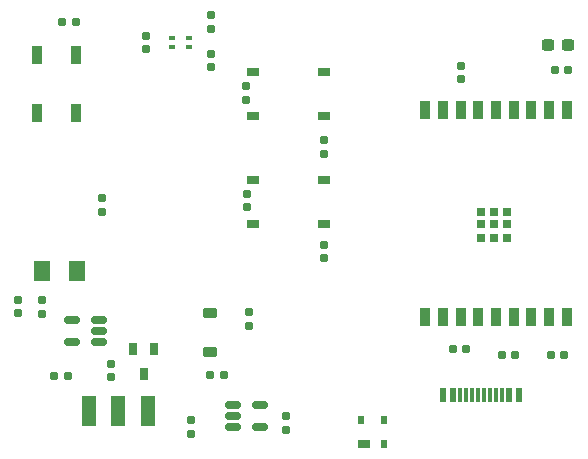
<source format=gbr>
%TF.GenerationSoftware,KiCad,Pcbnew,7.0.8*%
%TF.CreationDate,2023-10-04T18:10:58+08:00*%
%TF.ProjectId,Arsnic,4172736e-6963-42e6-9b69-6361645f7063,rev?*%
%TF.SameCoordinates,Original*%
%TF.FileFunction,Paste,Top*%
%TF.FilePolarity,Positive*%
%FSLAX46Y46*%
G04 Gerber Fmt 4.6, Leading zero omitted, Abs format (unit mm)*
G04 Created by KiCad (PCBNEW 7.0.8) date 2023-10-04 18:10:58*
%MOMM*%
%LPD*%
G01*
G04 APERTURE LIST*
G04 Aperture macros list*
%AMRoundRect*
0 Rectangle with rounded corners*
0 $1 Rounding radius*
0 $2 $3 $4 $5 $6 $7 $8 $9 X,Y pos of 4 corners*
0 Add a 4 corners polygon primitive as box body*
4,1,4,$2,$3,$4,$5,$6,$7,$8,$9,$2,$3,0*
0 Add four circle primitives for the rounded corners*
1,1,$1+$1,$2,$3*
1,1,$1+$1,$4,$5*
1,1,$1+$1,$6,$7*
1,1,$1+$1,$8,$9*
0 Add four rect primitives between the rounded corners*
20,1,$1+$1,$2,$3,$4,$5,0*
20,1,$1+$1,$4,$5,$6,$7,0*
20,1,$1+$1,$6,$7,$8,$9,0*
20,1,$1+$1,$8,$9,$2,$3,0*%
G04 Aperture macros list end*
%ADD10R,1.200000X2.500000*%
%ADD11R,0.900000X1.500000*%
%ADD12RoundRect,0.155000X0.155000X-0.212500X0.155000X0.212500X-0.155000X0.212500X-0.155000X-0.212500X0*%
%ADD13RoundRect,0.237500X0.300000X0.237500X-0.300000X0.237500X-0.300000X-0.237500X0.300000X-0.237500X0*%
%ADD14RoundRect,0.155000X0.212500X0.155000X-0.212500X0.155000X-0.212500X-0.155000X0.212500X-0.155000X0*%
%ADD15RoundRect,0.048800X-0.256200X0.496200X-0.256200X-0.496200X0.256200X-0.496200X0.256200X0.496200X0*%
%ADD16RoundRect,0.250001X0.462499X0.624999X-0.462499X0.624999X-0.462499X-0.624999X0.462499X-0.624999X0*%
%ADD17R,0.700000X0.700000*%
%ADD18RoundRect,0.150000X-0.512500X-0.150000X0.512500X-0.150000X0.512500X0.150000X-0.512500X0.150000X0*%
%ADD19RoundRect,0.155000X-0.212500X-0.155000X0.212500X-0.155000X0.212500X0.155000X-0.212500X0.155000X0*%
%ADD20RoundRect,0.160000X0.160000X-0.197500X0.160000X0.197500X-0.160000X0.197500X-0.160000X-0.197500X0*%
%ADD21RoundRect,0.155000X-0.155000X0.212500X-0.155000X-0.212500X0.155000X-0.212500X0.155000X0.212500X0*%
%ADD22R,1.000000X0.700000*%
%ADD23RoundRect,0.160000X-0.160000X0.197500X-0.160000X-0.197500X0.160000X-0.197500X0.160000X0.197500X0*%
%ADD24R,0.600000X0.700000*%
%ADD25RoundRect,0.225000X0.375000X-0.225000X0.375000X0.225000X-0.375000X0.225000X-0.375000X-0.225000X0*%
%ADD26RoundRect,0.150000X0.512500X0.150000X-0.512500X0.150000X-0.512500X-0.150000X0.512500X-0.150000X0*%
%ADD27R,0.500000X0.300000*%
%ADD28R,0.600000X1.150000*%
%ADD29R,0.300000X1.150000*%
G04 APERTURE END LIST*
D10*
%TO.C,S1*%
X113150000Y-135350000D03*
X110650000Y-135350000D03*
X108150000Y-135350000D03*
%TD*%
D11*
%TO.C,D3*%
X107050000Y-105150000D03*
X103750000Y-105150000D03*
X103750000Y-110050000D03*
X107050000Y-110050000D03*
%TD*%
D12*
%TO.C,C11*%
X121550000Y-118067500D03*
X121550000Y-116932500D03*
%TD*%
D13*
%TO.C,C8*%
X148750000Y-104350000D03*
X147025000Y-104350000D03*
%TD*%
D12*
%TO.C,R11*%
X128100000Y-113535000D03*
X128100000Y-112400000D03*
%TD*%
D14*
%TO.C,C6*%
X107050000Y-102350000D03*
X105915000Y-102350000D03*
%TD*%
D15*
%TO.C,Q1*%
X113730000Y-130050000D03*
X111900000Y-130050000D03*
X112815000Y-132190000D03*
%TD*%
D16*
%TO.C,F1*%
X107187500Y-123500000D03*
X104212500Y-123500000D03*
%TD*%
D11*
%TO.C,U5*%
X148650000Y-109850000D03*
X147150000Y-109850000D03*
X145650000Y-109850000D03*
X144150000Y-109850000D03*
X142650000Y-109850000D03*
X141150000Y-109850000D03*
X139650000Y-109850000D03*
X138150000Y-109850000D03*
X136650000Y-109850000D03*
X136650000Y-127350000D03*
X138150000Y-127350000D03*
X139650000Y-127350000D03*
X141150000Y-127350000D03*
X142650000Y-127350000D03*
X144150000Y-127350000D03*
X145650000Y-127350000D03*
X147150000Y-127350000D03*
X148650000Y-127350000D03*
D17*
X143550000Y-118460000D03*
X142450000Y-118460000D03*
X141350000Y-118460000D03*
X143550000Y-119510000D03*
X142450000Y-119510000D03*
X141350000Y-119510000D03*
X143550000Y-120660000D03*
X142450000Y-120660000D03*
X141350000Y-120660000D03*
%TD*%
D14*
%TO.C,C9*%
X148767500Y-106450000D03*
X147632500Y-106450000D03*
%TD*%
D18*
%TO.C,U2*%
X120387500Y-134800000D03*
X120387500Y-135750000D03*
X120387500Y-136700000D03*
X122662500Y-136700000D03*
X122662500Y-134800000D03*
%TD*%
D19*
%TO.C,R6*%
X138965000Y-130100000D03*
X140100000Y-130100000D03*
%TD*%
D20*
%TO.C,R10*%
X109250000Y-118495000D03*
X109250000Y-117300000D03*
%TD*%
D12*
%TO.C,C10*%
X121450000Y-108967500D03*
X121450000Y-107832500D03*
%TD*%
D21*
%TO.C,R8*%
X118550000Y-101800000D03*
X118550000Y-102935000D03*
%TD*%
D12*
%TO.C,R9*%
X118550000Y-106185000D03*
X118550000Y-105050000D03*
%TD*%
D22*
%TO.C,SW1*%
X122100000Y-115750000D03*
X128100000Y-115750000D03*
X122100000Y-119450000D03*
X128100000Y-119450000D03*
%TD*%
D21*
%TO.C,C4*%
X110050000Y-131300000D03*
X110050000Y-132435000D03*
%TD*%
D23*
%TO.C,R1*%
X121775000Y-126950000D03*
X121775000Y-128145000D03*
%TD*%
D19*
%TO.C,R5*%
X105265000Y-132350000D03*
X106400000Y-132350000D03*
%TD*%
D21*
%TO.C,C1*%
X116862500Y-136100000D03*
X116862500Y-137235000D03*
%TD*%
D22*
%TO.C,D4*%
X131450000Y-138100000D03*
D24*
X133150000Y-138100000D03*
X133150000Y-136100000D03*
X131250000Y-136100000D03*
%TD*%
D12*
%TO.C,R2*%
X139650000Y-107235000D03*
X139650000Y-106100000D03*
%TD*%
D19*
%TO.C,R7*%
X143150000Y-130600000D03*
X144285000Y-130600000D03*
%TD*%
D25*
%TO.C,D1*%
X118475000Y-130300000D03*
X118475000Y-127000000D03*
%TD*%
D26*
%TO.C,U1*%
X109050000Y-129500000D03*
X109050000Y-128550000D03*
X109050000Y-127600000D03*
X106775000Y-127600000D03*
X106775000Y-129500000D03*
%TD*%
D27*
%TO.C,U3*%
X116650000Y-104517500D03*
X116650000Y-103717500D03*
X115250000Y-103717500D03*
X115250000Y-104517500D03*
%TD*%
D19*
%TO.C,R3*%
X147265000Y-130600000D03*
X148400000Y-130600000D03*
%TD*%
D21*
%TO.C,C7*%
X113000000Y-103550000D03*
X113000000Y-104685000D03*
%TD*%
%TO.C,C3*%
X102150000Y-125900000D03*
X102150000Y-127035000D03*
%TD*%
%TO.C,C2*%
X124850000Y-135750000D03*
X124850000Y-136885000D03*
%TD*%
D23*
%TO.C,R4*%
X104200000Y-125900000D03*
X104200000Y-127095000D03*
%TD*%
D19*
%TO.C,C5*%
X118465000Y-132300000D03*
X119600000Y-132300000D03*
%TD*%
D12*
%TO.C,R12*%
X128100000Y-122385000D03*
X128100000Y-121250000D03*
%TD*%
D22*
%TO.C,SW2*%
X122100000Y-106650000D03*
X128100000Y-106650000D03*
X122100000Y-110350000D03*
X128100000Y-110350000D03*
%TD*%
D28*
%TO.C,J1*%
X138170000Y-133945000D03*
X138970000Y-133945000D03*
D29*
X140120000Y-133945000D03*
X141120000Y-133945000D03*
X141620000Y-133945000D03*
X142620000Y-133945000D03*
D28*
X144570000Y-133945000D03*
X143770000Y-133945000D03*
D29*
X143120000Y-133945000D03*
X142120000Y-133945000D03*
X140620000Y-133945000D03*
X139620000Y-133945000D03*
%TD*%
M02*

</source>
